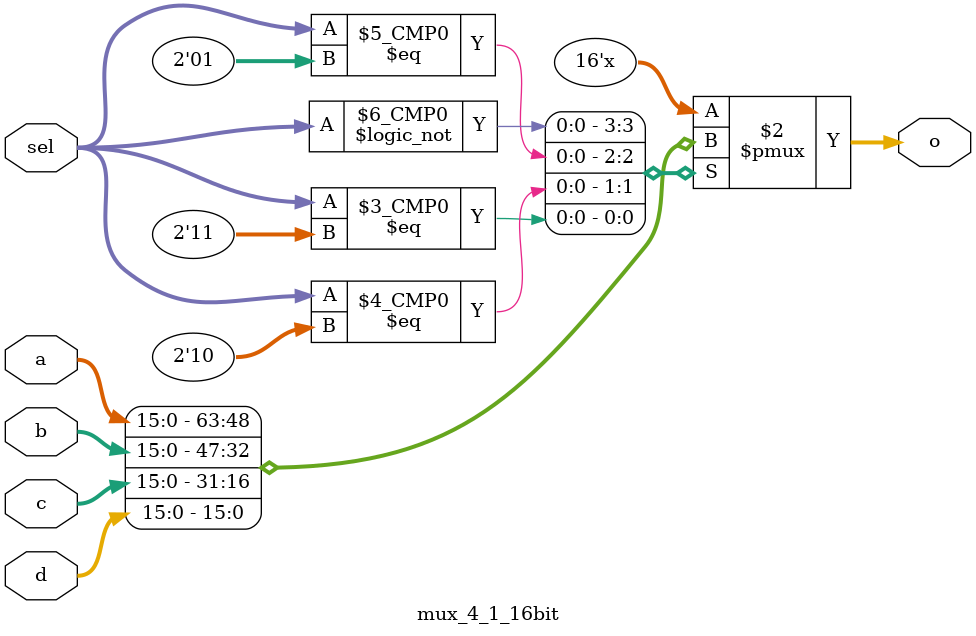
<source format=v>
module mux_4_1_16bit (
    input [15:0] a,
    input [15:0] b,
    input [15:0] c,
    input [15:0] d,
    input [1:0] sel,
    output reg [15:0] o
);

  always @(*) begin
    case (sel)
      2'h0: o = a;
      2'h1: o = b;
      2'h2: o = c;
      2'h3: o = d;
    endcase
  end

endmodule



</source>
